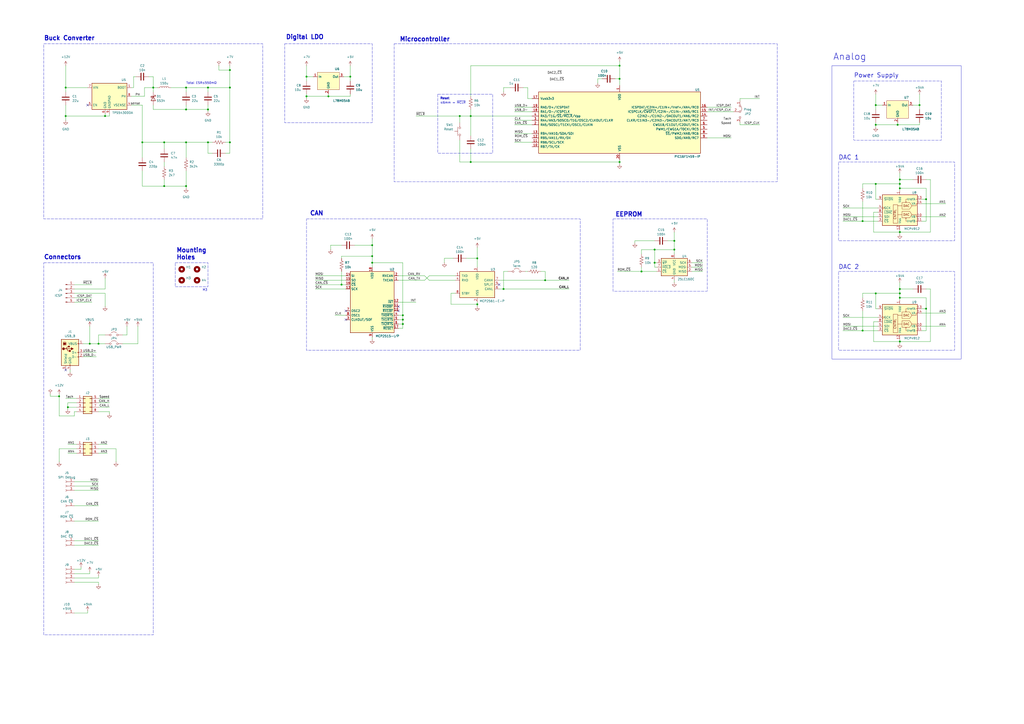
<source format=kicad_sch>
(kicad_sch (version 20250114) (generator "eeschema") (generator_version "9.0")
  (paper "A2")
  (title_block (title "CAN Gauge Interface") (date "2025-09-19") (rev "0.1") (company "Sam Anthony"))
  (rectangle (start 25.4 25.4) (end 152.4 127) (stroke (width 0) (type dash)))
  (rectangle (start 495.3 46.99) (end 546.1 81.28) (stroke (width 0) (type dash)))
  (rectangle (start 355.6 127) (end 410.21 168.91) (stroke (width 0) (type dash)))
  (rectangle (start 101.6 152.3999) (end 120.65 166.3699) (stroke (width 0) (type dash)))
  (rectangle (start 165.1 25.4) (end 215.9 71.12) (stroke (width 0) (type dash)))
  (rectangle (start 254 54.61) (end 285.75 88.9) (stroke (width 0) (type dash)))
  (rectangle (start 486.41 157.48) (end 553.72 203.2) (stroke (width 0) (type dash)))
  (rectangle (start 177.8 127) (end 336.55 203.2) (stroke (width 0) (type dash)))
  (rectangle (start 25.4 152.4) (end 88.9 368.3) (stroke (width 0) (type dash)))
  (rectangle (start 486.41 93.98) (end 553.72 139.7) (stroke (width 0) (type dash)))
  (rectangle (start 228.6 25.4) (end 450.85 105.41) (stroke (width 0) (type dash)))
  (rectangle (start 482.6 38.1) (end 557.53 208.28))
  (text "Connectors" (at 25.4 149.225 0) (effects (font (size 2.54 2.54) (thickness 0.508) (bold yes)) (justify left)))
  (text "Power Supply" (at 495.3 43.815 0) (effects (font (size 2.54 2.54) (thickness 0.254) (bold yes)) (justify left)))
  (text "Buck Converter" (at 25.4 22.225 0) (effects (font (size 2.54 2.54) (thickness 0.508) (bold yes)) (justify left)))
  (text "Total ESR≤550mΩ" (at 107.95 48.26 0) (effects (font (size 1.27 1.27)) (justify left)))
  (text "CAN" (at 179.705 123.825 0) (effects (font (size 2.54 2.54) (thickness 0.508) (bold yes)) (justify left)))
  (text "Reset" (at 255.27 57.15 0) (effects (font (size 1.27 1.27) (thickness 0.254) (bold yes)) (justify left)))
  (text "Mounting\nHoles" (at 102.235 147.3199 0) (effects (font (size 2.54 2.54) (thickness 0.508) (bold yes)) (justify left)))
  (text "M3\n" (at 117.475 168.2749 0) (effects (font (size 1.27 1.27)) (justify left)))
  (text "EEPROM" (at 356.87 124.46 0) (effects (font (size 2.54 2.54) (thickness 0.508) (bold yes)) (justify left)))
  (text "Digital LDO" (at 165.735 21.59 0) (effects (font (size 2.54 2.54) (thickness 0.508) (bold yes)) (justify left)))
  (text "≤6mm ↔ ~{MCLR}" (at 255.27 59.69 0) (effects (font (size 1.27 1.27)) (justify left)))
  (text "DAC 1" (at 486.41 91.44 0) (effects (font (size 2.54 2.54) (thickness 0.254) (bold yes)) (justify left)))
  (text "Microcontroller" (at 231.775 22.86 0) (effects (font (size 2.54 2.54) (thickness 0.508) (bold yes)) (justify left)))
  (text "Analog" (at 483.235 33.02 0) (effects (font (size 3.81 3.81) (thickness 0.254) (bold yes)) (justify left)))
  (text "DAC 2" (at 486.41 154.94 0) (effects (font (size 2.54 2.54) (thickness 0.254) (bold yes)) (justify left)))
  (junction (at 38.1 50.8))
  (junction (at 120.65 50.8))
  (junction (at 39.37 236.22))
  (junction (at 521.97 170.18))
  (junction (at 120.65 63.5))
  (junction (at 521.97 172.72))
  (junction (at 391.16 144.78))
  (junction (at 521.97 104.14))
  (junction (at 233.68 185.42))
  (junction (at 533.4 60.96))
  (junction (at 508 170.18))
  (junction (at 391.16 139.7))
  (junction (at 537.21 115.57))
  (junction (at 60.96 67.31))
  (junction (at 500.38 191.77))
  (junction (at 107.95 82.55))
  (junction (at 34.29 229.87))
  (junction (at 359.41 38.1))
  (junction (at 203.2 44.45))
  (junction (at 107.95 63.5))
  (junction (at 273.05 93.98))
  (junction (at 177.8 55.88))
  (junction (at 233.68 182.88))
  (junction (at 359.41 45.72))
  (junction (at 120.65 82.55))
  (junction (at 266.7 67.31))
  (junction (at 500.38 128.27))
  (junction (at 88.9 50.8))
  (junction (at 521.97 134.62))
  (junction (at 95.25 107.95))
  (junction (at 82.55 82.55))
  (junction (at 38.1 67.31))
  (junction (at 359.41 93.98))
  (junction (at 107.95 107.95))
  (junction (at 215.9 142.24))
  (junction (at 521.97 106.68))
  (junction (at 521.97 198.12))
  (junction (at 537.21 179.07))
  (junction (at 95.25 82.55))
  (junction (at 276.86 176.53))
  (junction (at 133.35 40.64))
  (junction (at 508 60.96))
  (junction (at 215.9 152.4))
  (junction (at 57.15 199.39))
  (junction (at 276.86 149.86))
  (junction (at 52.07 199.39))
  (junction (at 316.23 162.56))
  (junction (at 379.73 152.4))
  (junction (at 133.35 50.8))
  (junction (at 521.97 167.64))
  (junction (at 372.11 157.48))
  (junction (at 215.9 148.59))
  (junction (at 508 106.68))
  (junction (at 190.5 55.88))
  (junction (at 198.12 165.1))
  (junction (at 508 72.39))
  (junction (at 379.73 144.78))
  (junction (at 133.35 82.55))
  (junction (at 520.7 72.39))
  (junction (at 521.97 109.22))
  (junction (at 177.8 44.45))
  (junction (at 107.95 50.8))
  (junction (at 273.05 67.31))
  (junction (at 233.68 187.96))
  (junction (at 292.1 167.64))
  (no_connect (at 231.14 177.8))
  (no_connect (at 38.1 214.63))
  (no_connect (at 200.66 185.42))
  (no_connect (at 50.8 60.96))
  (no_connect (at 289.56 165.1))
  (no_connect (at 200.66 180.34))
  (no_connect (at 231.14 180.34))
  (wire (pts (xy 231.14 162.56) (xy 246.38 162.56)))
  (wire (pts (xy 203.2 55.88) (xy 203.2 54.61)))
  (wire (pts (xy 215.9 142.24) (xy 215.9 148.59)))
  (wire (pts (xy 57.15 199.39) (xy 60.96 199.39)))
  (wire (pts (xy 506.73 186.69) (xy 509.27 186.69)))
  (wire (pts (xy 292.1 157.48) (xy 294.64 157.48)))
  (wire (pts (xy 44.45 260.35) (xy 34.29 260.35)))
  (wire (pts (xy 48.26 204.47) (xy 55.88 204.47)))
  (wire (pts (xy 233.68 187.96) (xy 233.68 185.42)))
  (wire (pts (xy 506.73 123.19) (xy 509.27 123.19)))
  (wire (pts (xy 231.14 187.96) (xy 233.68 187.96)))
  (wire (pts (xy 57.15 194.31) (xy 57.15 199.39)))
  (wire (pts (xy 289.56 167.64) (xy 292.1 167.64)))
  (wire (pts (xy 273.05 55.88) (xy 273.05 38.1)))
  (wire (pts (xy 266.7 67.31) (xy 266.7 71.12)))
  (wire (pts (xy 521.97 172.72) (xy 521.97 173.99)))
  (wire (pts (xy 215.9 195.58) (xy 215.9 196.85)))
  (wire (pts (xy 60.96 167.64) (xy 60.96 161.29)))
  (wire (pts (xy 266.7 67.31) (xy 273.05 67.31)))
  (wire (pts (xy 381 152.4) (xy 379.73 152.4)))
  (wire (pts (xy 508 71.12) (xy 508 72.39)))
  (wire (pts (xy 38.1 38.1) (xy 38.1 50.8)))
  (wire (pts (xy 262.89 149.86) (xy 257.81 149.86)))
  (wire (pts (xy 508 179.07) (xy 508 170.18)))
  (wire (pts (xy 177.8 55.88) (xy 190.5 55.88)))
  (wire (pts (xy 500.38 191.77) (xy 509.27 191.77)))
  (wire (pts (xy 372.11 144.78) (xy 379.73 144.78)))
  (wire (pts (xy 534.67 128.27) (xy 537.21 128.27)))
  (wire (pts (xy 488.95 184.15) (xy 509.27 184.15)))
  (wire (pts (xy 120.65 50.8) (xy 133.35 50.8)))
  (wire (pts (xy 521.97 196.85) (xy 521.97 198.12)))
  (wire (pts (xy 82.55 91.44) (xy 82.55 82.55)))
  (wire (pts (xy 233.68 185.42) (xy 233.68 182.88)))
  (wire (pts (xy 123.19 82.55) (xy 120.65 82.55)))
  (wire (pts (xy 521.97 198.12) (xy 521.97 199.39)))
  (wire (pts (xy 537.21 172.72) (xy 521.97 172.72)))
  (wire (pts (xy 410.21 64.77) (xy 425.45 64.77)))
  (wire (pts (xy 34.29 241.3) (xy 34.29 229.87)))
  (wire (pts (xy 198.12 165.1) (xy 198.12 157.48)))
  (wire (pts (xy 57.15 260.35) (xy 67.31 260.35)))
  (wire (pts (xy 52.07 332.74) (xy 52.07 331.47)))
  (wire (pts (xy 203.2 46.99) (xy 203.2 44.45)))
  (wire (pts (xy 39.37 236.22) (xy 39.37 237.49)))
  (wire (pts (xy 38.1 50.8) (xy 38.1 53.34)))
  (wire (pts (xy 43.18 293.37) (xy 57.15 293.37)))
  (wire (pts (xy 57.15 233.68) (xy 63.5 233.68)))
  (wire (pts (xy 298.45 82.55) (xy 308.61 82.55)))
  (wire (pts (xy 506.73 134.62) (xy 521.97 134.62)))
  (wire (pts (xy 82.55 60.96) (xy 82.55 82.55)))
  (wire (pts (xy 534.67 181.61) (xy 548.64 181.61)))
  (wire (pts (xy 203.2 44.45) (xy 199.39 44.45)))
  (wire (pts (xy 539.75 134.62) (xy 521.97 134.62)))
  (wire (pts (xy 182.88 165.1) (xy 198.12 165.1)))
  (wire (pts (xy 511.81 60.96) (xy 508 60.96)))
  (wire (pts (xy 43.18 302.26) (xy 57.15 302.26)))
  (wire (pts (xy 429.26 71.12) (xy 429.26 72.39)))
  (wire (pts (xy 95.25 93.98) (xy 95.25 96.52)))
  (wire (pts (xy 509.27 115.57) (xy 508 115.57)))
  (wire (pts (xy 508 72.39) (xy 520.7 72.39)))
  (wire (pts (xy 534.67 118.11) (xy 548.64 118.11)))
  (wire (pts (xy 88.9 63.5) (xy 107.95 63.5)))
  (wire (pts (xy 298.45 69.85) (xy 308.61 69.85)))
  (wire (pts (xy 182.88 160.02) (xy 200.66 160.02)))
  (wire (pts (xy 537.21 109.22) (xy 537.21 115.57)))
  (wire (pts (xy 410.21 62.23) (xy 424.18 62.23)))
  (wire (pts (xy 508 106.68) (xy 521.97 106.68)))
  (wire (pts (xy 508 115.57) (xy 508 106.68)))
  (wire (pts (xy 537.21 172.72) (xy 537.21 179.07)))
  (wire (pts (xy 194.31 182.88) (xy 200.66 182.88)))
  (wire (pts (xy 46.99 330.2) (xy 46.99 328.93)))
  (wire (pts (xy 488.95 189.23) (xy 509.27 189.23)))
  (wire (pts (xy 203.2 38.1) (xy 203.2 44.45)))
  (wire (pts (xy 520.7 72.39) (xy 520.7 71.12)))
  (wire (pts (xy 372.11 147.32) (xy 372.11 144.78)))
  (wire (pts (xy 177.8 54.61) (xy 177.8 55.88)))
  (wire (pts (xy 359.41 45.72) (xy 356.87 45.72)))
  (wire (pts (xy 57.15 236.22) (xy 63.5 236.22)))
  (wire (pts (xy 359.41 49.53) (xy 359.41 45.72)))
  (wire (pts (xy 215.9 148.59) (xy 215.9 152.4)))
  (wire (pts (xy 82.55 107.95) (xy 95.25 107.95)))
  (wire (pts (xy 107.95 82.55) (xy 95.25 82.55)))
  (wire (pts (xy 241.3 67.31) (xy 266.7 67.31)))
  (wire (pts (xy 429.26 58.42) (xy 429.26 57.15)))
  (wire (pts (xy 521.97 167.64) (xy 521.97 170.18)))
  (wire (pts (xy 71.12 199.39) (xy 80.01 199.39)))
  (wire (pts (xy 506.73 134.62) (xy 506.73 123.19)))
  (wire (pts (xy 107.95 82.55) (xy 107.95 91.44)))
  (wire (pts (xy 534.67 189.23) (xy 548.64 189.23)))
  (wire (pts (xy 50.8 355.6) (xy 50.8 354.33)))
  (wire (pts (xy 43.18 165.1) (xy 53.34 165.1)))
  (wire (pts (xy 191.77 142.24) (xy 191.77 144.78)))
  (wire (pts (xy 120.65 82.55) (xy 107.95 82.55)))
  (wire (pts (xy 57.15 238.76) (xy 63.5 238.76)))
  (wire (pts (xy 39.37 236.22) (xy 44.45 236.22)))
  (wire (pts (xy 521.97 163.83) (xy 521.97 167.64)))
  (wire (pts (xy 539.75 167.64) (xy 539.75 198.12)))
  (wire (pts (xy 133.35 50.8) (xy 133.35 82.55)))
  (wire (pts (xy 60.96 170.18) (xy 60.96 177.8)))
  (wire (pts (xy 308.61 57.15) (xy 306.07 57.15)))
  (wire (pts (xy 539.75 104.14) (xy 539.75 134.62)))
  (wire (pts (xy 379.73 154.94) (xy 379.73 152.4)))
  (wire (pts (xy 537.21 109.22) (xy 521.97 109.22)))
  (wire (pts (xy 44.45 233.68) (xy 39.37 233.68)))
  (wire (pts (xy 57.15 337.82) (xy 57.15 339.09)))
  (wire (pts (xy 379.73 144.78) (xy 391.16 144.78)))
  (wire (pts (xy 177.8 55.88) (xy 177.8 57.15)))
  (wire (pts (xy 372.11 157.48) (xy 372.11 154.94)))
  (wire (pts (xy 67.31 260.35) (xy 67.31 267.97)))
  (wire (pts (xy 38.1 67.31) (xy 38.1 69.85)))
  (wire (pts (xy 391.16 139.7) (xy 391.16 144.78)))
  (wire (pts (xy 401.32 157.48) (xy 407.67 157.48)))
  (wire (pts (xy 306.07 50.8) (xy 303.53 50.8)))
  (wire (pts (xy 533.4 54.61) (xy 533.4 60.96)))
  (wire (pts (xy 107.95 50.8) (xy 120.65 50.8)))
  (wire (pts (xy 88.9 44.45) (xy 88.9 50.8)))
  (wire (pts (xy 270.51 149.86) (xy 276.86 149.86)))
  (wire (pts (xy 76.2 60.96) (xy 82.55 60.96)))
  (wire (pts (xy 88.9 60.96) (xy 88.9 63.5)))
  (wire (pts (xy 410.21 80.01) (xy 424.18 80.01)))
  (wire (pts (xy 198.12 149.86) (xy 198.12 148.59)))
  (wire (pts (xy 306.07 57.15) (xy 306.07 50.8)))
  (wire (pts (xy 107.95 63.5) (xy 120.65 63.5)))
  (wire (pts (xy 429.26 57.15) (xy 440.69 57.15)))
  (wire (pts (xy 190.5 55.88) (xy 190.5 54.61)))
  (wire (pts (xy 292.1 50.8) (xy 292.1 53.34)))
  (wire (pts (xy 57.15 262.89) (xy 62.23 262.89)))
  (wire (pts (xy 500.38 106.68) (xy 508 106.68)))
  (wire (pts (xy 99.06 50.8) (xy 107.95 50.8)))
  (wire (pts (xy 44.45 238.76) (xy 43.18 238.76)))
  (wire (pts (xy 107.95 60.96) (xy 107.95 63.5)))
  (wire (pts (xy 88.9 53.34) (xy 88.9 50.8)))
  (wire (pts (xy 257.81 149.86) (xy 257.81 152.4)))
  (wire (pts (xy 316.23 157.48) (xy 316.23 162.56)))
  (wire (pts (xy 39.37 257.81) (xy 44.45 257.81)))
  (wire (pts (xy 120.65 82.55) (xy 120.65 88.9)))
  (wire (pts (xy 43.18 335.28) (xy 57.15 335.28)))
  (wire (pts (xy 107.95 107.95) (xy 107.95 109.22)))
  (wire (pts (xy 63.5 238.76) (xy 63.5 240.03)))
  (wire (pts (xy 133.35 82.55) (xy 133.35 88.9)))
  (wire (pts (xy 233.68 152.4) (xy 233.68 182.88)))
  (wire (pts (xy 95.25 107.95) (xy 107.95 107.95)))
  (wire (pts (xy 43.18 316.23) (xy 57.15 316.23)))
  (wire (pts (xy 127 40.64) (xy 133.35 40.64)))
  (wire (pts (xy 233.68 152.4) (xy 215.9 152.4)))
  (wire (pts (xy 120.65 50.8) (xy 120.65 53.34)))
  (wire (pts (xy 521.97 109.22) (xy 521.97 110.49)))
  (wire (pts (xy 298.45 77.47) (xy 308.61 77.47)))
  (wire (pts (xy 200.66 165.1) (xy 198.12 165.1)))
  (wire (pts (xy 316.23 162.56) (xy 330.2 162.56)))
  (wire (pts (xy 539.75 198.12) (xy 521.97 198.12)))
  (wire (pts (xy 198.12 148.59) (xy 215.9 148.59)))
  (wire (pts (xy 29.21 228.6) (xy 29.21 229.87)))
  (wire (pts (xy 120.65 63.5) (xy 120.65 60.96)))
  (wire (pts (xy 298.45 72.39) (xy 308.61 72.39)))
  (wire (pts (xy 107.95 107.95) (xy 107.95 99.06)))
  (wire (pts (xy 177.8 38.1) (xy 177.8 44.45)))
  (wire (pts (xy 60.96 194.31) (xy 57.15 194.31)))
  (wire (pts (xy 537.21 179.07) (xy 537.21 191.77)))
  (wire (pts (xy 521.97 100.33) (xy 521.97 104.14)))
  (wire (pts (xy 231.14 190.5) (xy 233.68 190.5)))
  (wire (pts (xy 29.21 229.87) (xy 34.29 229.87)))
  (wire (pts (xy 304.8 157.48) (xy 306.07 157.48)))
  (wire (pts (xy 358.14 157.48) (xy 372.11 157.48)))
  (wire (pts (xy 107.95 50.8) (xy 107.95 53.34)))
  (wire (pts (xy 506.73 198.12) (xy 521.97 198.12)))
  (wire (pts (xy 295.91 50.8) (xy 292.1 50.8)))
  (wire (pts (xy 521.97 104.14) (xy 529.59 104.14)))
  (wire (pts (xy 43.18 284.48) (xy 57.15 284.48)))
  (wire (pts (xy 43.18 281.94) (xy 57.15 281.94)))
  (wire (pts (xy 521.97 170.18) (xy 521.97 172.72)))
  (wire (pts (xy 500.38 172.72) (xy 500.38 170.18)))
  (wire (pts (xy 43.18 238.76) (xy 43.18 241.3)))
  (wire (pts (xy 57.15 231.14) (xy 63.5 231.14)))
  (wire (pts (xy 60.96 67.31) (xy 60.96 66.04)))
  (wire (pts (xy 43.18 241.3) (xy 34.29 241.3)))
  (wire (pts (xy 133.35 40.64) (xy 133.35 50.8)))
  (wire (pts (xy 82.55 82.55) (xy 95.25 82.55)))
  (wire (pts (xy 534.67 179.07) (xy 537.21 179.07)))
  (wire (pts (xy 48.26 199.39) (xy 52.07 199.39)))
  (wire (pts (xy 500.38 170.18) (xy 508 170.18)))
  (wire (pts (xy 298.45 64.77) (xy 308.61 64.77)))
  (wire (pts (xy 500.38 128.27) (xy 509.27 128.27)))
  (wire (pts (xy 359.41 38.1) (xy 359.41 45.72)))
  (wire (pts (xy 401.32 154.94) (xy 407.67 154.94)))
  (wire (pts (xy 120.65 63.5) (xy 120.65 64.77)))
  (wire (pts (xy 521.97 106.68) (xy 521.97 109.22)))
  (wire (pts (xy 57.15 257.81) (xy 62.23 257.81)))
  (wire (pts (xy 359.41 93.98) (xy 359.41 95.25)))
  (wire (pts (xy 273.05 93.98) (xy 273.05 86.36)))
  (wire (pts (xy 76.2 50.8) (xy 77.47 50.8)))
  (wire (pts (xy 508 170.18) (xy 521.97 170.18)))
  (wire (pts (xy 276.86 176.53) (xy 276.86 177.8)))
  (wire (pts (xy 248.92 160.02) (xy 246.38 162.56)))
  (wire (pts (xy 273.05 93.98) (xy 266.7 93.98)))
  (wire (pts (xy 73.66 194.31) (xy 73.66 189.23)))
  (wire (pts (xy 38.1 60.96) (xy 38.1 67.31)))
  (wire (pts (xy 43.18 332.74) (xy 52.07 332.74)))
  (wire (pts (xy 57.15 335.28) (xy 57.15 334.01)))
  (wire (pts (xy 39.37 233.68) (xy 39.37 236.22)))
  (wire (pts (xy 500.38 116.84) (xy 500.38 128.27)))
  (wire (pts (xy 346.71 45.72) (xy 349.25 45.72)))
  (wire (pts (xy 391.16 162.56) (xy 391.16 163.83)))
  (wire (pts (xy 34.29 260.35) (xy 34.29 267.97)))
  (wire (pts (xy 38.1 231.14) (xy 44.45 231.14)))
  (wire (pts (xy 231.14 182.88) (xy 233.68 182.88)))
  (wire (pts (xy 130.81 82.55) (xy 133.35 82.55)))
  (wire (pts (xy 391.16 144.78) (xy 391.16 147.32)))
  (wire (pts (xy 379.73 144.78) (xy 379.73 152.4)))
  (wire (pts (xy 266.7 93.98) (xy 266.7 81.28)))
  (wire (pts (xy 88.9 50.8) (xy 91.44 50.8)))
  (wire (pts (xy 521.97 134.62) (xy 521.97 135.89)))
  (wire (pts (xy 43.18 337.82) (xy 57.15 337.82)))
  (wire (pts (xy 508 60.96) (xy 508 63.5)))
  (wire (pts (xy 313.69 157.48) (xy 316.23 157.48)))
  (wire (pts (xy 488.95 191.77) (xy 500.38 191.77)))
  (wire (pts (xy 276.86 175.26) (xy 276.86 176.53)))
  (wire (pts (xy 43.18 313.69) (xy 57.15 313.69)))
  (wire (pts (xy 63.5 66.04) (xy 63.5 67.31)))
  (wire (pts (xy 508 72.39) (xy 508 73.66)))
  (wire (pts (xy 506.73 198.12) (xy 506.73 186.69)))
  (wire (pts (xy 429.26 72.39) (xy 440.69 72.39)))
  (wire (pts (xy 292.1 167.64) (xy 292.1 157.48)))
  (wire (pts (xy 508 54.61) (xy 508 60.96)))
  (wire (pts (xy 182.88 167.64) (xy 200.66 167.64)))
  (wire (pts (xy 43.18 355.6) (xy 50.8 355.6)))
  (wire (pts (xy 133.35 88.9) (xy 130.81 88.9)))
  (wire (pts (xy 52.07 199.39) (xy 57.15 199.39)))
  (wire (pts (xy 387.35 139.7) (xy 391.16 139.7)))
  (wire (pts (xy 391.16 134.62) (xy 391.16 139.7)))
  (wire (pts (xy 537.21 104.14) (xy 539.75 104.14)))
  (wire (pts (xy 273.05 67.31) (xy 308.61 67.31)))
  (wire (pts (xy 198.12 142.24) (xy 191.77 142.24)))
  (wire (pts (xy 261.62 170.18) (xy 264.16 170.18)))
  (wire (pts (xy 215.9 138.43) (xy 215.9 142.24)))
  (wire (pts (xy 273.05 38.1) (xy 359.41 38.1)))
  (wire (pts (xy 521.97 104.14) (xy 521.97 106.68)))
  (wire (pts (xy 43.18 167.64) (xy 60.96 167.64)))
  (wire (pts (xy 534.67 115.57) (xy 537.21 115.57)))
  (wire (pts (xy 289.56 162.56) (xy 316.23 162.56)))
  (wire (pts (xy 359.41 92.71) (xy 359.41 93.98)))
  (wire (pts (xy 95.25 104.14) (xy 95.25 107.95)))
  (wire (pts (xy 77.47 44.45) (xy 78.74 44.45)))
  (wire (pts (xy 77.47 50.8) (xy 77.47 44.45)))
  (wire (pts (xy 133.35 38.1) (xy 133.35 40.64)))
  (wire (pts (xy 83.82 50.8) (xy 88.9 50.8)))
  (wire (pts (xy 533.4 72.39) (xy 533.4 71.12)))
  (wire (pts (xy 76.2 55.88) (xy 83.82 55.88)))
  (wire (pts (xy 82.55 99.06) (xy 82.55 107.95)))
  (wire (pts (xy 43.18 170.18) (xy 60.96 170.18)))
  (wire (pts (xy 52.07 189.23) (xy 52.07 199.39)))
  (wire (pts (xy 177.8 44.45) (xy 177.8 46.99)))
  (wire (pts (xy 120.65 88.9) (xy 123.19 88.9)))
  (wire (pts (xy 215.9 152.4) (xy 215.9 154.94)))
  (wire (pts (xy 401.32 152.4) (xy 407.67 152.4)))
  (wire (pts (xy 190.5 55.88) (xy 203.2 55.88)))
  (wire (pts (xy 48.26 207.01) (xy 55.88 207.01)))
  (wire (pts (xy 261.62 176.53) (xy 261.62 170.18)))
  (wire (pts (xy 34.29 229.87) (xy 34.29 228.6)))
  (wire (pts (xy 63.5 67.31) (xy 60.96 67.31)))
  (wire (pts (xy 43.18 175.26) (xy 53.34 175.26)))
  (wire (pts (xy 181.61 44.45) (xy 177.8 44.45)))
  (wire (pts (xy 381 154.94) (xy 379.73 154.94)))
  (wire (pts (xy 534.67 125.73) (xy 548.64 125.73)))
  (wire (pts (xy 205.74 142.24) (xy 215.9 142.24)))
  (wire (pts (xy 231.14 160.02) (xy 246.38 160.02)))
  (wire (pts (xy 500.38 109.22) (xy 500.38 106.68)))
  (wire (pts (xy 80.01 199.39) (xy 80.01 189.23)))
  (wire (pts (xy 500.38 180.34) (xy 500.38 191.77)))
  (wire (pts (xy 276.86 176.53) (xy 261.62 176.53)))
  (wire (pts (xy 40.64 214.63) (xy 40.64 215.9)))
  (wire (pts (xy 346.71 48.26) (xy 346.71 45.72)))
  (wire (pts (xy 534.67 191.77) (xy 537.21 191.77)))
  (wire (pts (xy 43.18 279.4) (xy 57.15 279.4)))
  (wire (pts (xy 488.95 128.27) (xy 500.38 128.27)))
  (wire (pts (xy 368.3 139.7) (xy 368.3 140.97)))
  (wire (pts (xy 60.96 67.31) (xy 38.1 67.31)))
  (wire (pts (xy 368.3 139.7) (xy 379.73 139.7)))
  (wire (pts (xy 38.1 50.8) (xy 50.8 50.8)))
  (wire (pts (xy 509.27 179.07) (xy 508 179.07)))
  (wire (pts (xy 359.41 35.56) (xy 359.41 38.1)))
  (wire (pts (xy 276.86 143.51) (xy 276.86 149.86)))
  (wire (pts (xy 381 157.48) (xy 372.11 157.48)))
  (wire (pts (xy 83.82 55.88) (xy 83.82 50.8)))
  (wire (pts (xy 233.68 190.5) (xy 233.68 187.96)))
  (wire (pts (xy 537.21 167.64) (xy 539.75 167.64)))
  (wire (pts (xy 521.97 167.64) (xy 529.59 167.64)))
  (wire (pts (xy 488.95 125.73) (xy 509.27 125.73)))
  (wire (pts (xy 292.1 167.64) (xy 330.2 167.64)))
  (wire (pts (xy 231.14 175.26) (xy 241.3 175.26)))
  (wire (pts (xy 39.37 262.89) (xy 44.45 262.89)))
  (wire (pts (xy 231.14 185.42) (xy 233.68 185.42)))
  (wire (pts (xy 521.97 133.35) (xy 521.97 134.62)))
  (wire (pts (xy 298.45 62.23) (xy 308.61 62.23)))
  (wire (pts (xy 71.12 194.31) (xy 73.66 194.31)))
  (wire (pts (xy 248.92 162.56) (xy 264.16 162.56)))
  (wire (pts (xy 488.95 120.65) (xy 509.27 120.65)))
  (wire (pts (xy 182.88 162.56) (xy 200.66 162.56)))
  (wire (pts (xy 533.4 63.5) (xy 533.4 60.96)))
  (wire (pts (xy 248.92 160.02) (xy 264.16 160.02)))
  (wire (pts (xy 246.38 160.02) (xy 248.92 162.56)))
  (wire (pts (xy 43.18 330.2) (xy 46.99 330.2)))
  (wire (pts (xy 273.05 67.31) (xy 273.05 78.74)))
  (wire (pts (xy 537.21 115.57) (xy 537.21 128.27)))
  (wire (pts (xy 273.05 63.5) (xy 273.05 67.31)))
  (wire (pts (xy 43.18 172.72) (xy 53.34 172.72)))
  (wire (pts (xy 127 38.1) (xy 127 40.64)))
  (wire (pts (xy 86.36 44.45) (xy 88.9 44.45)))
  (wire (pts (xy 359.41 93.98) (xy 273.05 93.98)))
  (wire (pts (xy 520.7 72.39) (xy 533.4 72.39)))
  (wire (pts (xy 276.86 149.86) (xy 276.86 154.94)))
  (wire (pts (xy 95.25 82.55) (xy 95.25 86.36)))
  (wire (pts (xy 533.4 60.96) (xy 529.59 60.96)))
  (label "DAC1_~{CS}" (at 488.95 128.27 0))
  (label "MISO" (at 57.15 284.48 180))
  (label "CAN_H" (at 330.2 162.56 180) (effects (font (thickness 0.254) (bold yes))))
  (label "SCK" (at 407.67 152.4 180) (effects (font (thickness 0.1588))))
  (label "Speed" (at 63.5 231.14 180) (effects (font (thickness 0.1588))))
  (label "CLK" (at 298.45 69.85 0))
  (label "MOSI" (at 424.18 80.01 180) (effects (font (thickness 0.1588))))
  (label "ICSP_DAT" (at 424.18 62.23 180))
  (label "CAN_L" (at 63.5 236.22 180))
  (label "ROM_~{CS}" (at 358.14 157.48 0) (effects (font (thickness 0.1588))))
  (label "MOSI" (at 182.88 160.02 0) (effects (font (thickness 0.1588))))
  (label "DAC1_~{CS}" (at 318.77 46.99 0))
  (label "AN3" (at 62.23 262.89 180) (effects (font (thickness 0.1588))))
  (label "Speed" (at 424.18 72.39 180))
  (label "AN1" (at 548.64 118.11 180))
  (label "CAN_~{CS}" (at 298.45 72.39 0))
  (label "CAN_~{CS}" (at 57.15 293.37 180))
  (label "sense" (at 81.28 60.96 180))
  (label "INT" (at 440.69 57.15 180))
  (label "CLK" (at 194.31 182.88 0))
  (label "MISO" (at 407.67 157.48 180) (effects (font (thickness 0.1588))))
  (label "INT" (at 241.3 175.26 180) (effects (font (thickness 0.1588))))
  (label "MOSI" (at 407.67 154.94 180) (effects (font (thickness 0.1588))))
  (label "ICSP_CLK" (at 53.34 175.26 180))
  (label "AN2" (at 62.23 257.81 180) (effects (font (thickness 0.1588))))
  (label "SCK" (at 298.45 82.55 0) (effects (font (thickness 0.1588))))
  (label "Tach" (at 38.1 231.14 0) (effects (font (thickness 0.1588))))
  (label "CAN_~{CS}" (at 182.88 165.1 0) (effects (font (thickness 0.1588))))
  (label "ICSP_CLK" (at 440.69 72.39 180))
  (label "USB_D+" (at 298.45 62.23 0))
  (label "SCK" (at 488.95 184.15 0) (effects (font (thickness 0.1588))))
  (label "ROM_~{CS}" (at 57.15 302.26 180))
  (label "AN1" (at 39.37 257.81 0) (effects (font (thickness 0.1588))))
  (label "DAC2_~{CS}" (at 317.5 43.18 0))
  (label "USB_D-" (at 298.45 64.77 0))
  (label "INT{slash}ICSP_CLK" (at 424.18 64.77 180))
  (label "SCK" (at 57.15 281.94 180))
  (label "AN4" (at 39.37 262.89 0) (effects (font (thickness 0.1588))))
  (label "MOSI" (at 488.95 125.73 0))
  (label "PH" (at 81.28 55.88 180))
  (label "AN4" (at 548.64 189.23 180))
  (label "MISO" (at 182.88 162.56 0) (effects (font (thickness 0.1588))))
  (label "DAC1_~{CS}" (at 57.15 313.69 180))
  (label "MOSI" (at 57.15 279.4 180))
  (label "AN3" (at 548.64 181.61 180))
  (label "DAC2_~{CS}" (at 57.15 316.23 180))
  (label "USB_D-" (at 55.88 207.01 180))
  (label "AN2" (at 548.64 125.73 180))
  (label "USB_D+" (at 55.88 204.47 180))
  (label "SCK" (at 182.88 167.64 0) (effects (font (thickness 0.1588))))
  (label "Tach" (at 424.18 69.85 180))
  (label "ROM_~{CS}" (at 298.45 80.01 0))
  (label "ICSP_DAT" (at 53.34 172.72 180))
  (label "CAN_RX" (at 243.84 160.02 180))
  (label "~{MCLR}" (at 53.34 165.1 180))
  (label "MISO" (at 298.45 77.47 0) (effects (font (thickness 0.1588))))
  (label "~{MCLR}" (at 241.3 67.31 0))
  (label "MOSI" (at 488.95 189.23 0))
  (label "CAN_L" (at 330.2 167.64 180) (effects (font (thickness 0.254) (bold yes))))
  (label "SCK" (at 488.95 120.65 0) (effects (font (thickness 0.1588))))
  (label "DAC2_~{CS}" (at 488.95 191.77 0))
  (label "CAN_TX" (at 243.84 162.56 180))
  (label "CAN_H" (at 63.5 233.68 180) (effects (font (thickness 0.1588))))
  (symbol (lib_id "power:GND") (at 107.95 109.22 0) (unit 1)
    (property "Reference" "#PWR012" (effects (hide yes)))
    (property "Value" "GND" (at 107.95 114.3 0))
    (property "Description" "Power symbol creates a global label with name \"GND\" , ground" (effects (hide yes)))
  )
  (symbol (lib_id "power:GND") (at 215.9 196.85 0) (unit 1)
    (property "Reference" "#PWR028" (effects (hide yes)))
    (property "Value" "GND" (effects (hide yes)))
    (property "Description" "Power symbol creates a global label with name \"GND\" , ground" (effects (hide yes)))
  )
  (symbol (lib_id "Device:C") (at 107.95 57.15 0) (unit 1)
    (property "Reference" "C3" (at 111.125 55.88 0) (effects (justify left)))
    (property "Value" "22u" (at 111.125 58.42 0) (effects (justify left)))
    (property "Footprint" "Capacitor_SMD:C_1206_3216Metric" (effects (hide yes)))
    (property "Description" "Unpolarized capacitor" (effects (hide yes)))
  )
  (symbol (lib_id "power:GND") (at 120.65 64.77 0) (unit 1)
    (property "Reference" "#PWR04" (effects (hide yes)))
    (property "Value" "GND" (at 120.65 69.85 0))
    (property "Description" "Power symbol creates a global label with name \"GND\" , ground" (effects (hide yes)))
  )
  (symbol (lib_id "Device:C") (at 95.25 90.17 0) (unit 1)
    (property "Reference" "C7" (at 99.06 88.8999 0) (effects (justify left)))
    (property "Value" "47n" (at 99.06 91.4399 0) (effects (justify left)))
    (property "Footprint" "Capacitor_SMD:C_0805_2012Metric" (effects (hide yes)))
    (property "Description" "Unpolarized capacitor" (effects (hide yes)))
  )
  (symbol (lib_id "power:GND") (at 57.15 339.09 0) (unit 1)
    (property "Reference" "#PWR039" (effects (hide yes)))
    (property "Value" "GND" (effects (hide yes)))
    (property "Description" "Power symbol creates a global label with name \"GND\" , ground" (effects (hide yes)))
  )
  (symbol (lib_id "power:+7.5V") (at 52.07 331.47 0) (unit 1)
    (property "Reference" "#PWR013" (effects (hide yes)))
    (property "Value" "+7V" (at 52.07 326.39 0))
    (property "Description" "Power symbol creates a global label with name \"+7.5V\"" (effects (hide yes)))
  )
  (symbol (lib_id "power:+12V") (at 34.29 228.6 0) (unit 1)
    (property "Reference" "#PWR029" (effects (hide yes)))
    (property "Value" "+12V" (at 34.29 223.52 0))
    (property "Description" "Power symbol creates a global label with name \"+12V\"" (effects (hide yes)))
  )
  (symbol (lib_id "power:GND") (at 508 73.66 0) (unit 1)
    (property "Reference" "#PWR046" (effects (hide yes)))
    (property "Value" "GND" (at 508 78.74 0))
    (property "Description" "Power symbol creates a global label with name \"GND\" , ground" (effects (hide yes)))
  )
  (symbol (lib_id "power:GND") (at 63.5 240.03 0) (unit 1)
    (property "Reference" "#PWR033" (effects (hide yes)))
    (property "Value" "GND" (effects (hide yes)))
    (property "Description" "Power symbol creates a global label with name \"GND\" , ground" (effects (hide yes)))
  )
  (symbol (lib_id "power:+5V") (at 203.2 38.1 0) (unit 1)
    (property "Reference" "#PWR044" (effects (hide yes)))
    (property "Value" "+5V" (at 203.2 33.02 0))
    (property "Description" "Power symbol creates a global label with name \"+5V\"" (effects (hide yes)))
  )
  (symbol (lib_id "Device:C") (at 383.54 139.7 90) (unit 1)
    (property "Reference" "C15" (at 383.54 133.35 90))
    (property "Value" "100n" (at 383.54 135.89 90))
    (property "Footprint" "Capacitor_SMD:C_0805_2012Metric" (effects (hide yes)))
    (property "Description" "Unpolarized capacitor" (effects (hide yes)))
  )
  (symbol (lib_id "power:+7.5V") (at 177.8 38.1 0) (unit 1)
    (property "Reference" "#PWR043" (effects (hide yes)))
    (property "Value" "+7V" (at 177.8 33.02 0))
    (property "Description" "Power symbol creates a global label with name \"+7.5V\"" (effects (hide yes)))
  )
  (symbol (lib_id "Device:C") (at 266.7 149.86 90) (unit 1)
    (property "Reference" "C14" (at 266.7 143.51 90))
    (property "Value" "100n" (at 266.7 146.05 90))
    (property "Footprint" "Capacitor_SMD:C_0805_2012Metric" (effects (hide yes)))
    (property "Description" "Unpolarized capacitor" (effects (hide yes)))
  )
  (symbol (lib_id "Device:C") (at 38.1 57.15 0) (unit 1)
    (property "Reference" "C1" (at 41.91 55.8799 0) (effects (justify left)))
    (property "Value" "22u" (at 41.91 58.4199 0) (effects (justify left)))
    (property "Footprint" "Capacitor_SMD:C_1206_3216Metric" (effects (hide yes)))
    (property "Description" "Unpolarized capacitor" (effects (hide yes)))
  )
  (symbol (lib_id "Regulator_Switching:TPS5430DDA") (at 63.5 55.88 0) (unit 1)
    (property "Reference" "U5" (at 71.755 46.355 0))
    (property "Value" "TPS5430DDA" (at 71.12 65.405 0))
    (property "Footprint" "Package_SO:TI_SO-PowerPAD-8_ThermalVias" (effects (hide yes)))
    (property "Datasheet" "http://www.ti.com/lit/ds/symlink/tps5430.pdf" (effects (hide yes)))
    (property "Description" "3A, Step Down Swift Converter, Adjustable Output Voltage, 5.5-36V Input Voltage, PowerSO-8" (effects (hide yes)))
  )
  (symbol (lib_id "Memory_EEPROM:25LCxxx") (at 391.16 154.94 0) (unit 1)
    (property "Reference" "U4" (at 395.605 148.59 0) (effects (justify left)))
    (property "Value" "25LC160C" (at 393.065 161.925 0) (effects (justify left)))
    (property "Footprint" "Package_DIP:DIP-8_W7.62mm" (effects (hide yes)))
    (property "Datasheet" "http://ww1.microchip.com/downloads/en/DeviceDoc/21832H.pdf" (effects (hide yes)))
    (property "Description" "SPI Serial EEPROM, DIP-8/SOIC-8/TSSOP-8" (effects (hide yes)))
  )
  (symbol (lib_id "Jumper:Jumper_3_Bridged12") (at 429.26 64.77 270) (unit 1) (in_bom no)
    (property "Reference" "JP2" (at 433.705 66.04 90))
    (property "Value" "Prog" (at 433.705 63.5 90))
    (property "Footprint" "Connector_PinSocket_2.54mm:PinSocket_1x03_P2.54mm_Vertical" (effects (hide yes)))
    (property "Description" "Jumper, 3-pole, pins 1+2 closed/bridged" (effects (hide yes)))
  )
  (symbol (lib_id "power:GND") (at 521.97 135.89 0) (unit 1)
    (property "Reference" "#PWR017" (effects (hide yes)))
    (property "Value" "GND" (effects (hide yes)))
    (property "Description" "Power symbol creates a global label with name \"GND\" , ground" (effects (hide yes)))
  )
  (symbol (lib_id "power:GND") (at 521.97 199.39 0) (unit 1)
    (property "Reference" "#PWR019" (effects (hide yes)))
    (property "Value" "GND" (effects (hide yes)))
    (property "Description" "Power symbol creates a global label with name \"GND\" , ground" (effects (hide yes)))
  )
  (symbol (lib_id "power:GND") (at 359.41 95.25 0) (unit 1)
    (property "Reference" "#PWR01" (effects (hide yes)))
    (property "Value" "GND" (effects (hide yes)))
    (property "Description" "Power symbol creates a global label with name \"GND\" , ground" (effects (hide yes)))
  )
  (symbol (lib_id "Device:R_US") (at 198.12 153.67 0) (unit 1)
    (property "Reference" "R7" (at 200.025 152.4 0) (effects (justify left)))
    (property "Value" "10k" (at 200.025 154.94 0) (effects (justify left)))
    (property "Footprint" "Resistor_SMD:R_0805_2012Metric" (effects (hide yes)))
    (property "Description" "Resistor, US symbol" (effects (hide yes)))
  )
  (symbol (lib_id "Device:R_US") (at 372.11 151.13 0) (unit 1)
    (property "Reference" "R9" (at 374.015 149.86 0) (effects (justify left)))
    (property "Value" "10k" (at 374.015 152.4 0) (effects (justify left)))
    (property "Footprint" "Resistor_SMD:R_0805_2012Metric" (effects (hide yes)))
    (property "Description" "Resistor, US symbol" (effects (hide yes)))
  )
  (symbol (lib_id "Mechanical:MountingHole") (at 105.41 156.2099 0) (unit 1) (exclude_from_sim yes) (in_bom no)
    (property "Reference" "H1" (at 107.95 154.9398 0) (effects (justify left)))
    (property "Value" "MountingHole" (effects (hide yes)))
    (property "Footprint" "MountingHole:MountingHole_3.2mm_M3_DIN965" (effects (hide yes)))
    (property "Description" "Mounting Hole without connection" (effects (hide yes)))
  )
  (symbol (lib_id "power:GND") (at 67.31 267.97 0) (unit 1)
    (property "Reference" "#PWR035" (effects (hide yes)))
    (property "Value" "GND" (effects (hide yes)))
    (property "Description" "Power symbol creates a global label with name \"GND\" , ground" (effects (hide yes)))
  )
  (symbol (lib_id "Jumper:Jumper_2_Open") (at 66.04 194.31 0) (unit 1)
    (property "Reference" "JP3" (at 66.04 191.135 0))
    (property "Value" "USB_PWR" (effects (hide yes)))
    (property "Footprint" "Connector_PinSocket_2.54mm:PinSocket_1x02_P2.54mm_Vertical" (effects (hide yes)))
    (property "Description" "Jumper, 2-pole, open" (effects (hide yes)))
  )
  (symbol (lib_id "Jumper:Jumper_2_Open") (at 66.04 199.39 0) (unit 1)
    (property "Reference" "JP4" (at 66.04 196.215 0))
    (property "Value" "USB_PWR" (at 66.04 201.295 0))
    (property "Footprint" "Connector_PinSocket_2.54mm:PinSocket_1x02_P2.54mm_Vertical" (effects (hide yes)))
    (property "Description" "Jumper, 2-pole, open" (effects (hide yes)))
  )
  (symbol (lib_id "Device:C") (at 120.65 57.15 0) (unit 1)
    (property "Reference" "C5" (at 123.825 55.88 0) (effects (justify left)))
    (property "Value" "22u" (at 123.825 58.42 0) (effects (justify left)))
    (property "Footprint" "Capacitor_SMD:C_1206_3216Metric" (effects (hide yes)))
    (property "Description" "Unpolarized capacitor" (effects (hide yes)))
  )
  (symbol (lib_id "Device:C") (at 201.93 142.24 90) (unit 1)
    (property "Reference" "C13" (at 201.93 135.89 90))
    (property "Value" "100n" (at 201.93 138.43 90))
    (property "Footprint" "Capacitor_SMD:C_0805_2012Metric" (effects (hide yes)))
    (property "Description" "Unpolarized capacitor" (effects (hide yes)))
  )
  (symbol (lib_id "power:GND") (at 177.8 57.15 0) (unit 1)
    (property "Reference" "#PWR042" (effects (hide yes)))
    (property "Value" "GND" (at 177.8 62.23 0))
    (property "Description" "Power symbol creates a global label with name \"GND\" , ground" (effects (hide yes)))
  )
  (symbol (lib_id "Device:C") (at 82.55 95.25 0) (unit 1)
    (property "Reference" "C4" (at 86.36 93.9799 0) (effects (justify left)))
    (property "Value" "220p" (at 86.36 96.5199 0) (effects (justify left)))
    (property "Footprint" "Capacitor_SMD:C_0603_1608Metric" (effects (hide yes)))
    (property "Description" "Unpolarized capacitor" (effects (hide yes)))
  )
  (symbol (lib_id "Connector:Conn_01x04_Socket") (at 38.1 332.74 0) (mirror y) (unit 1)
    (property "Reference" "J9" (at 38.735 327.66 0))
    (property "Value" "Conn_01x04_Socket" (effects (hide yes)))
    (property "Footprint" "Connector_PinSocket_2.54mm:PinSocket_1x04_P2.54mm_Vertical" (effects (hide yes)))
    (property "Description" "Generic connector, single row, 01x04, script generated" (effects (hide yes)))
  )
  (symbol (lib_id "Device:C") (at 508 67.31 0) (unit 1)
    (property "Reference" "C18" (at 504.825 66.04 0) (effects (justify right)))
    (property "Value" "10u" (at 504.825 68.58 0) (effects (justify right)))
    (property "Footprint" "Capacitor_SMD:C_1206_3216Metric" (effects (hide yes)))
    (property "Description" "Unpolarized capacitor" (effects (hide yes)))
  )
  (symbol (lib_id "Connector_Generic:Conn_02x04_Top_Bottom") (at 49.53 233.68 0) (unit 1)
    (property "Reference" "J2" (at 50.8 227.965 0))
    (property "Value" "Conn_02x04_Top_Bottom" (effects (hide yes)))
    (property "Footprint" "Connector_Molex:Molex_Mini-Fit_Jr_5569-08A2_2x04_P4.20mm_Horizontal" (effects (hide yes)))
    (property "Datasheet" "https://www.molex.com/en-us/products/part-detail/39300080?display=pdf" (effects (hide yes)))
    (property "Description" "Generic connector, double row, 02x04, top/bottom pin numbering scheme (row 1: 1...pins_per_row, row2: pins_per_row+1 ... num_pins), script generated (kicad-library-utils/schlib/autogen/connector/)" (effects (hide yes)))
  )
  (symbol (lib_id "power:GND") (at 38.1 69.85 0) (unit 1)
    (property "Reference" "#PWR06" (effects (hide yes)))
    (property "Value" "GND" (at 38.1 74.93 0))
    (property "Description" "Power symbol creates a global label with name \"GND\" , ground" (effects (hide yes)))
  )
  (symbol (lib_id "Device:C") (at 273.05 82.55 0) (unit 1)
    (property "Reference" "C12" (at 276.86 81.2799 0) (effects (justify left)))
    (property "Value" "100n" (at 276.86 83.8199 0) (effects (justify left)))
    (property "Footprint" "Capacitor_SMD:C_0805_2012Metric" (effects (hide yes)))
    (property "Description" "Unpolarized capacitor" (effects (hide yes)))
  )
  (symbol (lib_id "Device:R_US") (at 127 82.55 90) (unit 1)
    (property "Reference" "R1" (at 127 76.835 90))
    (property "Value" "10k" (at 127 79.375 90))
    (property "Footprint" "Resistor_SMD:R_0805_2012Metric" (effects (hide yes)))
    (property "Description" "Resistor, US symbol" (effects (hide yes)))
  )
  (symbol (lib_id "power:+5V") (at 73.66 189.23 0) (unit 1)
    (property "Reference" "#PWR032" (effects (hide yes)))
    (property "Value" "+5V" (at 73.66 185.42 0))
    (property "Description" "Power symbol creates a global label with name \"+5V\"" (effects (hide yes)))
  )
  (symbol (lib_id "Device:C") (at 533.4 167.64 90) (unit 1)
    (property "Reference" "C17" (at 533.4 161.29 90))
    (property "Value" "100n" (at 533.4 163.83 90))
    (property "Footprint" "Capacitor_SMD:C_0805_2012Metric" (effects (hide yes)))
    (property "Description" "Unpolarized capacitor" (effects (hide yes)))
  )
  (symbol (lib_id "power:+5VA") (at 533.4 54.61 0) (mirror y) (unit 1)
    (property "Reference" "#PWR022" (effects (hide yes)))
    (property "Value" "+5VA" (at 533.4 50.8 0))
    (property "Description" "Power symbol creates a global label with name \"+5VA\"" (effects (hide yes)))
  )
  (symbol (lib_id "Analog_DAC:MCP4912") (at 521.97 120.65 0) (unit 1)
    (property "Reference" "U8" (at 528.955 111.76 0) (effects (justify left)))
    (property "Value" "MCP4912" (at 524.51 132.715 0) (effects (justify left)))
    (property "Footprint" "Package_DIP:DIP-14_W7.62mm" (effects (hide yes)))
    (property "Datasheet" "http://ww1.microchip.com/downloads/en/DeviceDoc/22250A.pdf" (effects (hide yes)))
    (property "Description" "2-Channel 10-Bit D/A Converters with SPI Interface" (effects (hide yes)))
  )
  (symbol (lib_id "Device:D_Schottky") (at 88.9 57.15 270) (unit 1)
    (property "Reference" "D1" (at 90.805 55.88 90) (effects (justify left)))
    (property "Value" "SS34" (at 90.805 58.42 90) (effects (justify left)))
    (property "Footprint" "Diode_SMD:D_SMA" (effects (hide yes)))
    (property "Description" "Schottky diode" (effects (hide yes)))
  )
  (symbol (lib_id "Connector:Conn_01x01_Socket") (at 38.1 293.37 0) (mirror y) (unit 1)
    (property "Reference" "J6" (at 38.735 288.29 0))
    (property "Value" "CAN ~{CS}" (at 38.735 290.83 0))
    (property "Footprint" "Connector_PinSocket_2.54mm:PinSocket_1x01_P2.54mm_Vertical" (effects (hide yes)))
    (property "Description" "Generic connector, single row, 01x01, script generated" (effects (hide yes)))
  )
  (symbol (lib_id "Connector:USB_B") (at 40.64 204.47 0) (unit 1)
    (property "Reference" "J1" (at 40.64 192.405 0))
    (property "Value" "USB_B" (at 40.64 194.945 0))
    (property "Footprint" "Connector_USB:USB_B_Lumberg_2411_02_Horizontal" (effects (hide yes)))
    (property "Description" "USB Type B connector" (effects (hide yes)))
  )
  (symbol (lib_id "power:GND") (at 39.37 237.49 0) (unit 1)
    (property "Reference" "#PWR030" (effects (hide yes)))
    (property "Value" "GND" (effects (hide yes)))
    (property "Description" "Power symbol creates a global label with name \"GND\" , ground" (effects (hide yes)))
  )
  (symbol (lib_name "L78M05AB_1") (lib_id "symbols:L78M05AB") (at 190.5 41.91 0) (unit 1)
    (property "Reference" "U6" (at 195.58 40.005 0))
    (property "Value" "L78M05AB" (at 198.12 58.42 0))
    (property "Footprint" "Package_TO_SOT_SMD:TO-252-2" (effects (hide yes)))
    (property "Datasheet" "https://www.st.com/resource/en/datasheet/l78m05ab.pdf" (effects (hide yes)))
    (property "Description" "Precision 500 mA regulator" (effects (hide yes)))
  )
  (symbol (lib_id "Connector:Conn_01x01_Socket") (at 38.1 355.6 0) (mirror y) (unit 1)
    (property "Reference" "J10" (at 38.735 350.52 0))
    (property "Value" "+5VA" (at 38.735 353.06 0))
    (property "Footprint" "Connector_PinSocket_2.54mm:PinSocket_1x01_P2.54mm_Vertical" (effects (hide yes)))
    (property "Description" "Generic connector, single row, 01x01, script generated" (effects (hide yes)))
  )
  (symbol (lib_id "power:GND") (at 40.64 215.9 0) (unit 1)
    (property "Reference" "#PWR08" (effects (hide yes)))
    (property "Value" "GND" (effects (hide yes)))
    (property "Description" "Power symbol creates a global label with name \"GND\" , ground" (effects (hide yes)))
  )
  (symbol (lib_id "Device:C") (at 127 88.9 90) (unit 1)
    (property "Reference" "C6" (at 127 92.71 90))
    (property "Value" "3300p" (at 127 95.25 90))
    (property "Footprint" "Capacitor_SMD:C_0603_1608Metric" (effects (hide yes)))
    (property "Description" "Unpolarized capacitor" (effects (hide yes)))
  )
  (symbol (lib_id "power:PWR_FLAG") (at 127 38.1 0) (unit 1)
    (property "Reference" "#FLG02" (effects (hide yes)))
    (property "Value" "PWR_FLAG" (effects (hide yes)))
    (property "Description" "Special symbol for telling ERC where power comes from" (effects (hide yes)))
  )
  (symbol (lib_id "Connector_Generic:Conn_02x03_Top_Bottom") (at 49.53 260.35 0) (unit 1)
    (property "Reference" "J3" (at 50.8 254.635 0))
    (property "Value" "Analog" (effects (hide yes)))
    (property "Footprint" "Connector_Molex:Molex_Mini-Fit_Jr_5569-06A2_2x03_P4.20mm_Horizontal" (effects (hide yes)))
    (property "Description" "Generic connector, double row, 02x03, top/bottom pin numbering scheme (row 1: 1...pins_per_row, row2: pins_per_row+1 ... num_pins), script generated (kicad-library-utils/schlib/autogen/connector/)" (effects (hide yes)))
  )
  (symbol (lib_id "Interface_CAN_LIN:MCP2561-E-P") (at 276.86 165.1 0) (unit 1)
    (property "Reference" "U3" (at 284.48 156.21 0) (effects (justify left)))
    (property "Value" "MCP2561-E-P" (at 278.13 174.625 0) (effects (justify left)))
    (property "Footprint" "Package_DIP:DIP-8_W7.62mm" (effects (hide yes)))
    (property "Datasheet" "http://ww1.microchip.com/downloads/en/DeviceDoc/25167A.pdf" (effects (hide yes)))
    (property "Description" "High-Speed CAN Transceiver, 1Mbps, 5V supply, SPLIT pin, -40C to +125C, DIP-8" (effects (hide yes)))
  )
  (symbol (lib_id "Connector:Conn_01x03_Socket") (at 38.1 281.94 0) (mirror y) (unit 1)
    (property "Reference" "J5" (at 38.735 274.32 0))
    (property "Value" "SPI Debug" (at 38.735 276.86 0))
    (property "Footprint" "Connector_PinSocket_2.54mm:PinSocket_1x03_P2.54mm_Vertical" (effects (hide yes)))
    (property "Description" "Generic connector, single row, 01x03, script generated" (effects (hide yes)))
  )
  (symbol (lib_id "Mechanical:MountingHole") (at 114.3 162.5599 0) (unit 1) (exclude_from_sim yes) (in_bom no)
    (property "Reference" "H4" (at 116.84 162.5598 0) (effects (justify left)))
    (property "Value" "MountingHole" (effects (hide yes)))
    (property "Footprint" "MountingHole:MountingHole_3.2mm_M3_DIN965" (effects (hide yes)))
    (property "Description" "Mounting Hole without connection" (effects (hide yes)))
  )
  (symbol (lib_id "Device:C") (at 533.4 67.31 0) (unit 1)
    (property "Reference" "C19" (at 536.575 66.04 0) (effects (justify left)))
    (property "Value" "10u" (at 536.575 68.58 0) (effects (justify left)))
    (property "Footprint" "Capacitor_SMD:C_1206_3216Metric" (effects (hide yes)))
    (property "Description" "Unpolarized capacitor" (effects (hide yes)))
  )
  (symbol (lib_id "Device:R_US") (at 273.05 59.69 0) (unit 1)
    (property "Reference" "R6" (at 274.955 58.42 0) (effects (justify left)))
    (property "Value" "10k" (at 274.955 60.96 0) (effects (justify left)))
    (property "Footprint" "Resistor_SMD:R_0805_2012Metric" (effects (hide yes)))
    (property "Description" "Resistor, US symbol" (effects (hide yes)))
  )
  (symbol (lib_id "power:+5VA") (at 521.97 163.83 0) (mirror y) (unit 1)
    (property "Reference" "#PWR018" (effects (hide yes)))
    (property "Value" "+5VA" (at 521.97 160.02 0))
    (property "Description" "Power symbol creates a global label with name \"+5VA\"" (effects (hide yes)))
  )
  (symbol (lib_id "power:GND") (at 391.16 163.83 0) (unit 1)
    (property "Reference" "#PWR011" (effects (hide yes)))
    (property "Value" "GND" (effects (hide yes)))
    (property "Description" "Power symbol creates a global label with name \"GND\" , ground" (effects (hide yes)))
  )
  (symbol (lib_id "power:GND") (at 346.71 48.26 0) (unit 1)
    (property "Reference" "#PWR03" (effects (hide yes)))
    (property "Value" "GND" (effects (hide yes)))
    (property "Description" "Power symbol creates a global label with name \"GND\" , ground" (effects (hide yes)))
  )
  (symbol (lib_id "power:GND") (at 257.81 152.4 0) (unit 1)
    (property "Reference" "#PWR024" (effects (hide yes)))
    (property "Value" "GND" (effects (hide yes)))
    (property "Description" "Power symbol creates a global label with name \"GND\" , ground" (effects (hide yes)))
  )
  (symbol (lib_id "Device:C") (at 353.06 45.72 270) (unit 1)
    (property "Reference" "C10" (at 350.52 41.275 90))
    (property "Value" "100n" (at 349.25 43.815 90))
    (property "Footprint" "Capacitor_SMD:C_0805_2012Metric" (effects (hide yes)))
    (property "Description" "Unpolarized capacitor" (effects (hide yes)))
  )
  (symbol (lib_id "power:+5V") (at 391.16 134.62 0) (unit 1)
    (property "Reference" "#PWR020" (effects (hide yes)))
    (property "Value" "+5V" (at 391.16 129.54 0))
    (property "Description" "Power symbol creates a global label with name \"+5V\"" (effects (hide yes)))
  )
  (symbol (lib_id "power:+5V") (at 215.9 138.43 0) (unit 1)
    (property "Reference" "#PWR027" (effects (hide yes)))
    (property "Value" "+5V" (at 215.9 133.35 0))
    (property "Description" "Power symbol creates a global label with name \"+5V\"" (effects (hide yes)))
  )
  (symbol (lib_id "Device:R_US") (at 95.25 100.33 0) (unit 1)
    (property "Reference" "R3" (at 97.79 99.0599 0) (effects (justify left)))
    (property "Value" "2k7" (at 97.79 101.5999 0) (effects (justify left)))
    (property "Footprint" "Resistor_SMD:R_0805_2012Metric" (effects (hide yes)))
    (property "Description" "Resistor, US symbol" (effects (hide yes)))
  )
  (symbol (lib_id "Connector:Conn_01x05_Pin") (at 38.1 170.18 0) (unit 1)
    (property "Reference" "J4" (at 36.195 168.275 0) (effects (justify right)))
    (property "Value" "ICSP" (at 36.195 171.45 0) (effects (justify right)))
    (property "Footprint" "Connector_PinHeader_2.54mm:PinHeader_1x05_P2.54mm_Vertical" (effects (hide yes)))
    (property "Description" "Generic connector, single row, 01x05, script generated" (effects (hide yes)))
  )
  (symbol (lib_id "power:GND") (at 60.96 177.8 0) (unit 1)
    (property "Reference" "#PWR09" (effects (hide yes)))
    (property "Value" "GND" (effects (hide yes)))
    (property "Description" "Power symbol creates a global label with name \"GND\" , ground" (effects (hide yes)))
  )
  (symbol (lib_id "power:GND") (at 368.3 140.97 0) (unit 1)
    (property "Reference" "#PWR021" (effects (hide yes)))
    (property "Value" "GND" (effects (hide yes)))
    (property "Description" "Power symbol creates a global label with name \"GND\" , ground" (effects (hide yes)))
  )
  (symbol (lib_id "Mechanical:MountingHole") (at 114.3 156.2099 0) (unit 1) (exclude_from_sim yes) (in_bom no)
    (property "Reference" "H2" (at 116.84 154.9398 0) (effects (justify left)))
    (property "Value" "MountingHole" (effects (hide yes)))
    (property "Footprint" "MountingHole:MountingHole_3.2mm_M3_DIN965" (effects (hide yes)))
    (property "Description" "Mounting Hole without connection" (effects (hide yes)))
  )
  (symbol (lib_id "symbols:L78M05AB") (at 520.7 58.42 0) (unit 1)
    (property "Reference" "U7" (at 525.78 56.515 0))
    (property "Value" "L78M05AB" (at 528.32 74.93 0))
    (property "Footprint" "Package_TO_SOT_SMD:TO-252-2" (effects (hide yes)))
    (property "Datasheet" "https://www.st.com/resource/en/datasheet/l78m05ab.pdf" (effects (hide yes)))
    (property "Description" "Precision 500 mA regulator" (effects (hide yes)))
  )
  (symbol (lib_id "power:+5V") (at 276.86 143.51 0) (unit 1)
    (property "Reference" "#PWR025" (effects (hide yes)))
    (property "Value" "+5V" (at 276.86 138.43 0))
    (property "Description" "Power symbol creates a global label with name \"+5V\"" (effects (hide yes)))
  )
  (symbol (lib_id "Device:R_US") (at 107.95 95.25 0) (unit 1)
    (property "Reference" "R2" (at 109.855 93.98 0) (effects (justify left)))
    (property "Value" "3k24" (at 109.855 96.52 0) (effects (justify left)))
    (property "Footprint" "Resistor_SMD:R_0805_2012Metric" (effects (hide yes)))
    (property "Description" "Resistor, US symbol" (effects (hide yes)))
  )
  (symbol (lib_id "power:VBUS") (at 52.07 189.23 0) (unit 1)
    (property "Reference" "#PWR031" (effects (hide yes)))
    (property "Value" "VBUS" (at 52.07 185.42 0))
    (property "Description" "Power symbol creates a global label with name \"VBUS\"" (effects (hide yes)))
  )
  (symbol (lib_id "Device:C") (at 82.55 44.45 90) (unit 1)
    (property "Reference" "C2" (at 82.55 38.1 90))
    (property "Value" "10n" (at 82.55 40.64 90))
    (property "Footprint" "Capacitor_SMD:C_0805_2012Metric" (effects (hide yes)))
    (property "Description" "Unpolarized capacitor" (effects (hide yes)))
  )
  (symbol (lib_id "power:+5VA") (at 521.97 100.33 0) (mirror y) (unit 1)
    (property "Reference" "#PWR016" (effects (hide yes)))
    (property "Value" "+5VA" (at 521.97 96.52 0))
    (property "Description" "Power symbol creates a global label with name \"+5VA\"" (effects (hide yes)))
  )
  (symbol (lib_id "power:PWR_FLAG") (at 29.21 228.6 0) (unit 1)
    (property "Reference" "#FLG01" (effects (hide yes)))
    (property "Value" "+12V" (effects (hide yes)))
    (property "Description" "Special symbol for telling ERC where power comes from" (effects (hide yes)))
  )
  (symbol (lib_id "power:GND") (at 191.77 144.78 0) (unit 1)
    (property "Reference" "#PWR026" (effects (hide yes)))
    (property "Value" "GND" (effects (hide yes)))
    (property "Description" "Power symbol creates a global label with name \"GND\" , ground" (effects (hide yes)))
  )
  (symbol (lib_id "Device:C") (at 177.8 50.8 0) (unit 1)
    (property "Reference" "C8" (at 174.625 49.53 0) (effects (justify right)))
    (property "Value" "10u" (at 174.625 52.07 0) (effects (justify right)))
    (property "Footprint" "Capacitor_SMD:C_1206_3216Metric" (effects (hide yes)))
    (property "Description" "Unpolarized capacitor" (effects (hide yes)))
  )
  (symbol (lib_id "power:GND") (at 34.29 267.97 0) (unit 1)
    (property "Reference" "#PWR034" (effects (hide yes)))
    (property "Value" "GND" (effects (hide yes)))
    (property "Description" "Power symbol creates a global label with name \"GND\" , ground" (effects (hide yes)))
  )
  (symbol (lib_id "Jumper:Jumper_2_Open") (at 299.72 157.48 0) (unit 1)
    (property "Reference" "JP5" (at 299.72 151.765 0))
    (property "Value" "Term" (at 299.72 154.305 0))
    (property "Footprint" "Connector_PinSocket_2.54mm:PinSocket_1x02_P2.54mm_Vertical" (effects (hide yes)))
    (property "Description" "Jumper, 2-pole, open" (effects (hide yes)))
  )
  (symbol (lib_id "symbols:MCP2515-I/P") (at 215.9 175.26 0) (unit 1)
    (property "Reference" "U2" (at 226.06 156.21 0) (effects (justify left)))
    (property "Value" "MCP2515-I/P" (at 217.805 194.945 0) (effects (justify left)))
    (property "Footprint" "Package_DIP:DIP-18_W7.62mm" (effects (hide yes)))
    (property "Datasheet" "http://ww1.microchip.com/downloads/en/DeviceDoc/21801e.pdf" (effects (hide yes)))
    (property "Description" "Stand-Alone CAN Controller with SPI Interface, PDIP-18" (effects (hide yes)))
  )
  (symbol (lib_id "power:+5VA") (at 80.01 189.23 0) (mirror y) (unit 1)
    (property "Reference" "#PWR041" (effects (hide yes)))
    (property "Value" "+5VA" (at 80.01 185.42 0))
    (property "Description" "Power symbol creates a global label with name \"+5VA\"" (effects (hide yes)))
  )
  (symbol (lib_id "Mechanical:MountingHole") (at 105.41 162.5599 0) (unit 1) (exclude_from_sim yes) (in_bom no)
    (property "Reference" "H3" (at 107.95 161.2898 0) (effects (justify left)))
    (property "Value" "MountingHole" (effects (hide yes)))
    (property "Footprint" "MountingHole:MountingHole_3.2mm_M3_DIN965" (effects (hide yes)))
    (property "Description" "Mounting Hole without connection" (effects (hide yes)))
  )
  (symbol (lib_id "power:+5V") (at 60.96 161.29 0) (unit 1)
    (property "Reference" "#PWR010" (effects (hide yes)))
    (property "Value" "+5V" (at 60.96 157.48 0))
    (property "Description" "Power symbol creates a global label with name \"+5V\"" (effects (hide yes)))
  )
  (symbol (lib_id "Device:C") (at 533.4 104.14 90) (unit 1)
    (property "Reference" "C16" (at 533.4 97.79 90))
    (property "Value" "100n" (at 533.4 100.33 90))
    (property "Footprint" "Capacitor_SMD:C_0805_2012Metric" (effects (hide yes)))
    (property "Description" "Unpolarized capacitor" (effects (hide yes)))
  )
  (symbol (lib_id "power:+5VA") (at 50.8 354.33 0) (unit 1)
    (property "Reference" "#PWR038" (effects (hide yes)))
    (property "Value" "+5VA" (at 50.8 350.52 0))
    (property "Description" "Power symbol creates a global label with name \"+5VA\"" (effects (hide yes)))
  )
  (symbol (lib_id "power:+7.5V") (at 508 54.61 0) (unit 1)
    (property "Reference" "#PWR045" (effects (hide yes)))
    (property "Value" "+7V" (at 508 49.53 0))
    (property "Description" "Power symbol creates a global label with name \"+7.5V\"" (effects (hide yes)))
  )
  (symbol (lib_id "Connector:Conn_01x02_Socket") (at 38.1 313.69 0) (mirror y) (unit 1)
    (property "Reference" "J8" (at 38.735 308.61 0))
    (property "Value" "DAC ~{CS}" (at 38.735 311.15 0))
    (property "Footprint" "Connector_PinSocket_2.54mm:PinSocket_1x02_P2.54mm_Vertical" (effects (hide yes)))
    (property "Description" "Generic connector, single row, 01x02, script generated" (effects (hide yes)))
  )
  (symbol (lib_id "Device:L") (at 95.25 50.8 90) (unit 1)
    (property "Reference" "L1" (at 95.25 45.72 90))
    (property "Value" "150u" (at 95.25 48.26 90))
    (property "Footprint" "Inductor_SMD:L_12x12mm_H8mm" (effects (hide yes)))
    (property "Description" "Inductor" (effects (hide yes)))
  )
  (symbol (lib_id "power:+12V") (at 38.1 38.1 0) (unit 1)
    (property "Reference" "#PWR015" (effects (hide yes)))
    (property "Value" "+12V" (at 38.1 33.02 0))
    (property "Description" "Power symbol creates a global label with name \"+12V\"" (effects (hide yes)))
  )
  (symbol (lib_id "power:+12V") (at 46.99 328.93 0) (unit 1)
    (property "Reference" "#PWR036" (effects (hide yes)))
    (property "Value" "+12V" (at 46.99 325.12 0))
    (property "Description" "Power symbol creates a global label with name \"+12V\"" (effects (hide yes)))
  )
  (symbol (lib_id "Analog_DAC:MCP4912") (at 521.97 184.15 0) (unit 1)
    (property "Reference" "U9" (at 528.955 175.26 0) (effects (justify left)))
    (property "Value" "MCP4912" (at 524.51 196.215 0) (effects (justify left)))
    (property "Footprint" "Package_DIP:DIP-14_W7.62mm" (effects (hide yes)))
    (property "Datasheet" "http://ww1.microchip.com/downloads/en/DeviceDoc/22250A.pdf" (effects (hide yes)))
    (property "Description" "2-Channel 10-Bit D/A Converters with SPI Interface" (effects (hide yes)))
  )
  (symbol (lib_id "Device:R_US") (at 500.38 113.03 0) (unit 1)
    (property "Reference" "R10" (at 502.285 111.76 0) (effects (justify left)))
    (property "Value" "10k" (at 502.285 114.3 0) (effects (justify left)))
    (property "Footprint" "Resistor_SMD:R_0805_2012Metric" (effects (hide yes)))
    (property "Description" "Resistor, US symbol" (effects (hide yes)))
  )
  (symbol (lib_id "power:GND") (at 276.86 177.8 0) (unit 1)
    (property "Reference" "#PWR023" (effects (hide yes)))
    (property "Value" "GND" (effects (hide yes)))
    (property "Description" "Power symbol creates a global label with name \"GND\" , ground" (effects (hide yes)))
  )
  (symbol (lib_id "Device:C") (at 299.72 50.8 270) (unit 1)
    (property "Reference" "C11" (at 299.72 46.355 90))
    (property "Value" "1u" (at 296.545 48.26 90))
    (property "Footprint" "Capacitor_SMD:C_1206_3216Metric" (effects (hide yes)))
    (property "Description" "Unpolarized capacitor" (effects (hide yes)))
  )
  (symbol (lib_id "MCU_Microchip_PIC16:PIC16F1459-IP") (at 359.41 67.31 0) (unit 1)
    (property "Reference" "U1" (at 403.225 52.07 0) (effects (justify left)))
    (property "Value" "PIC16F1459-IP" (at 391.16 90.805 0) (effects (justify left)))
    (property "Footprint" "Package_DIP:DIP-20_W7.62mm" (effects (hide yes)))
    (property "Datasheet" "http://ww1.microchip.com/downloads/en/DeviceDoc/41639A.pdf" (effects (hide yes)))
    (property "Description" "PIC16F1454, 8192W FLASH, 1024B SRAM, PDIP-20" (effects (hide yes)))
  )
  (symbol (lib_id "Device:C") (at 203.2 50.8 0) (unit 1)
    (property "Reference" "C9" (at 206.375 49.53 0) (effects (justify left)))
    (property "Value" "10u" (at 206.375 52.07 0) (effects (justify left)))
    (property "Footprint" "Capacitor_SMD:C_1206_3216Metric" (effects (hide yes)))
    (property "Description" "Unpolarized capacitor" (effects (hide yes)))
  )
  (symbol (lib_id "power:+5V") (at 359.41 35.56 0) (unit 1)
    (property "Reference" "#PWR02" (effects (hide yes)))
    (property "Value" "+5V" (at 359.41 30.48 0))
    (property "Description" "Power symbol creates a global label with name \"+5V\"" (effects (hide yes)))
  )
  (symbol (lib_id "Device:R_US") (at 500.38 176.53 0) (unit 1)
    (property "Reference" "R11" (at 502.285 175.26 0) (effects (justify left)))
    (property "Value" "10k" (at 502.285 177.8 0) (effects (justify left)))
    (property "Footprint" "Resistor_SMD:R_0805_2012Metric" (effects (hide yes)))
    (property "Description" "Resistor, US symbol" (effects (hide yes)))
  )
  (symbol (lib_id "power:GND") (at 292.1 53.34 0) (unit 1)
    (property "Reference" "#PWR07" (effects (hide yes)))
    (property "Value" "GND" (effects (hide yes)))
    (property "Description" "Power symbol creates a global label with name \"GND\" , ground" (effects (hide yes)))
  )
  (symbol (lib_id "power:+5V") (at 57.15 334.01 0) (unit 1)
    (property "Reference" "#PWR037" (effects (hide yes)))
    (property "Value" "+5V" (at 57.15 330.2 0))
    (property "Description" "Power symbol creates a global label with name \"+5V\"" (effects (hide yes)))
  )
  (symbol (lib_id "Device:R_US") (at 309.88 157.48 90) (unit 1)
    (property "Reference" "R8" (at 309.88 152.4 90))
    (property "Value" "120" (at 309.88 154.94 90))
    (property "Footprint" "Resistor_SMD:R_0805_2012Metric" (effects (hide yes)))
    (property "Description" "Resistor, US symbol" (effects (hide yes)))
  )
  (symbol (lib_id "Connector:Conn_01x01_Socket") (at 38.1 302.26 0) (mirror y) (unit 1)
    (property "Reference" "J7" (at 38.735 297.18 0))
    (property "Value" "ROM ~{CS}" (at 38.735 299.72 0))
    (property "Footprint" "Connector_PinSocket_2.54mm:PinSocket_1x01_P2.54mm_Vertical" (effects (hide yes)))
    (property "Description" "Generic connector, single row, 01x01, script generated" (effects (hide yes)))
  )
  (symbol (lib_id "Switch:SW_Push") (at 266.7 76.2 90) (unit 1)
    (property "Reference" "SW1" (at 262.89 72.39 90) (effects (justify left)))
    (property "Value" "Reset" (at 262.89 74.93 90) (effects (justify left)))
    (property "Footprint" "Button_Switch_THT:SW_PUSH-12mm" (effects (hide yes)))
    (property "Description" "Push button switch, generic, two pins" (effects (hide yes)))
  )
  (symbol (lib_id "power:+7.5V") (at 133.35 38.1 0) (unit 1)
    (property "Reference" "#PWR05" (effects (hide yes)))
    (property "Value" "+7V" (at 133.35 33.02 0))
    (property "Description" "Power symbol creates a global label with name \"+7.5V\"" (effects (hide yes)))
  )
)
</source>
